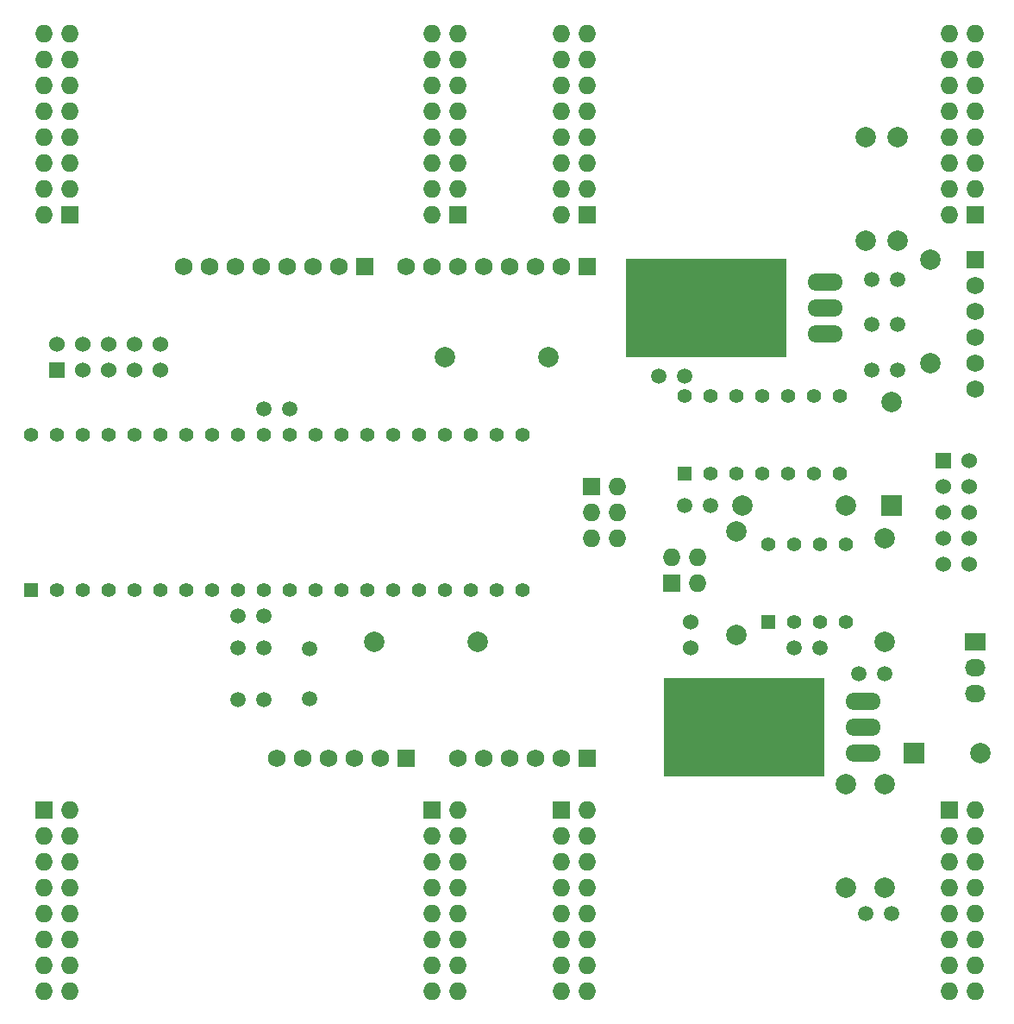
<source format=gts>
%FSLAX34Y34*%
G04 Gerber Fmt 3.4, Leading zero omitted, Abs format*
G04 (created by PCBNEW (2014-jan-25)-product) date Tue 08 Jul 2014 10:21:01 PM PDT*
%MOIN*%
G01*
G70*
G90*
G04 APERTURE LIST*
%ADD10C,0.005906*%
%ADD11R,0.080000X0.068000*%
%ADD12O,0.080000X0.068000*%
%ADD13R,0.060000X0.060000*%
%ADD14C,0.060000*%
%ADD15R,0.068000X0.068000*%
%ADD16O,0.068000X0.068000*%
%ADD17R,0.055000X0.055000*%
%ADD18C,0.055000*%
%ADD19C,0.059100*%
%ADD20C,0.078700*%
%ADD21R,0.078700X0.078700*%
%ADD22C,0.068000*%
%ADD23O,0.137800X0.066900*%
%ADD24R,0.620000X0.380000*%
G04 APERTURE END LIST*
G54D10*
G54D11*
X48000Y-35000D03*
G54D12*
X48000Y-36000D03*
X48000Y-37000D03*
G54D13*
X46750Y-28000D03*
G54D14*
X47750Y-28000D03*
X46750Y-29000D03*
X47750Y-29000D03*
X46750Y-30000D03*
X47750Y-30000D03*
X46750Y-31000D03*
X47750Y-31000D03*
X46750Y-32000D03*
X47750Y-32000D03*
G54D15*
X33150Y-29000D03*
G54D16*
X34150Y-29000D03*
X33150Y-30000D03*
X34150Y-30000D03*
X33150Y-31000D03*
X34150Y-31000D03*
G54D17*
X40000Y-34250D03*
G54D18*
X41000Y-34250D03*
X42000Y-34250D03*
X43000Y-34250D03*
X43000Y-31250D03*
X42000Y-31250D03*
X41000Y-31250D03*
X40000Y-31250D03*
G54D17*
X36750Y-28500D03*
G54D18*
X37750Y-28500D03*
X38750Y-28500D03*
X39750Y-28500D03*
X40750Y-28500D03*
X41750Y-28500D03*
X42750Y-28500D03*
X42750Y-25500D03*
X41750Y-25500D03*
X40750Y-25500D03*
X39750Y-25500D03*
X38750Y-25500D03*
X37750Y-25500D03*
X36750Y-25500D03*
G54D17*
X11500Y-33000D03*
G54D18*
X12500Y-33000D03*
X13500Y-33000D03*
X14500Y-33000D03*
X15500Y-33000D03*
X16500Y-33000D03*
X17500Y-33000D03*
X18500Y-33000D03*
X19500Y-33000D03*
X20500Y-33000D03*
X21500Y-33000D03*
X22500Y-33000D03*
X23500Y-33000D03*
X24500Y-33000D03*
X25500Y-33000D03*
X26500Y-33000D03*
X27500Y-33000D03*
X28500Y-33000D03*
X29500Y-33000D03*
X30500Y-33000D03*
X30500Y-27000D03*
X29500Y-27000D03*
X28500Y-27000D03*
X27500Y-27000D03*
X26500Y-27000D03*
X25500Y-27000D03*
X24500Y-27000D03*
X23500Y-27000D03*
X22500Y-27000D03*
X21500Y-27000D03*
X20500Y-27000D03*
X19500Y-27000D03*
X18500Y-27000D03*
X17500Y-27000D03*
X16500Y-27000D03*
X15500Y-27000D03*
X14500Y-27000D03*
X13500Y-27000D03*
X12500Y-27000D03*
X11500Y-27000D03*
G54D19*
X22250Y-35289D03*
X22250Y-37211D03*
G54D15*
X33000Y-18500D03*
G54D16*
X32000Y-18500D03*
X33000Y-17500D03*
X32000Y-17500D03*
X33000Y-16500D03*
X32000Y-16500D03*
X33000Y-15500D03*
X32000Y-15500D03*
X33000Y-14500D03*
X32000Y-14500D03*
X33000Y-13500D03*
X32000Y-13500D03*
X33000Y-12500D03*
X32000Y-12500D03*
X33000Y-11500D03*
X32000Y-11500D03*
G54D15*
X48000Y-18500D03*
G54D16*
X47000Y-18500D03*
X48000Y-17500D03*
X47000Y-17500D03*
X48000Y-16500D03*
X47000Y-16500D03*
X48000Y-15500D03*
X47000Y-15500D03*
X48000Y-14500D03*
X47000Y-14500D03*
X48000Y-13500D03*
X47000Y-13500D03*
X48000Y-12500D03*
X47000Y-12500D03*
X48000Y-11500D03*
X47000Y-11500D03*
G54D15*
X13000Y-18500D03*
G54D16*
X12000Y-18500D03*
X13000Y-17500D03*
X12000Y-17500D03*
X13000Y-16500D03*
X12000Y-16500D03*
X13000Y-15500D03*
X12000Y-15500D03*
X13000Y-14500D03*
X12000Y-14500D03*
X13000Y-13500D03*
X12000Y-13500D03*
X13000Y-12500D03*
X12000Y-12500D03*
X13000Y-11500D03*
X12000Y-11500D03*
G54D15*
X28000Y-18500D03*
G54D16*
X27000Y-18500D03*
X28000Y-17500D03*
X27000Y-17500D03*
X28000Y-16500D03*
X27000Y-16500D03*
X28000Y-15500D03*
X27000Y-15500D03*
X28000Y-14500D03*
X27000Y-14500D03*
X28000Y-13500D03*
X27000Y-13500D03*
X28000Y-12500D03*
X27000Y-12500D03*
X28000Y-11500D03*
X27000Y-11500D03*
G54D15*
X47000Y-41500D03*
G54D16*
X48000Y-41500D03*
X47000Y-42500D03*
X48000Y-42500D03*
X47000Y-43500D03*
X48000Y-43500D03*
X47000Y-44500D03*
X48000Y-44500D03*
X47000Y-45500D03*
X48000Y-45500D03*
X47000Y-46500D03*
X48000Y-46500D03*
X47000Y-47500D03*
X48000Y-47500D03*
X47000Y-48500D03*
X48000Y-48500D03*
G54D15*
X32000Y-41500D03*
G54D16*
X33000Y-41500D03*
X32000Y-42500D03*
X33000Y-42500D03*
X32000Y-43500D03*
X33000Y-43500D03*
X32000Y-44500D03*
X33000Y-44500D03*
X32000Y-45500D03*
X33000Y-45500D03*
X32000Y-46500D03*
X33000Y-46500D03*
X32000Y-47500D03*
X33000Y-47500D03*
X32000Y-48500D03*
X33000Y-48500D03*
G54D15*
X27000Y-41500D03*
G54D16*
X28000Y-41500D03*
X27000Y-42500D03*
X28000Y-42500D03*
X27000Y-43500D03*
X28000Y-43500D03*
X27000Y-44500D03*
X28000Y-44500D03*
X27000Y-45500D03*
X28000Y-45500D03*
X27000Y-46500D03*
X28000Y-46500D03*
X27000Y-47500D03*
X28000Y-47500D03*
X27000Y-48500D03*
X28000Y-48500D03*
G54D15*
X12000Y-41500D03*
G54D16*
X13000Y-41500D03*
X12000Y-42500D03*
X13000Y-42500D03*
X12000Y-43500D03*
X13000Y-43500D03*
X12000Y-44500D03*
X13000Y-44500D03*
X12000Y-45500D03*
X13000Y-45500D03*
X12000Y-46500D03*
X13000Y-46500D03*
X12000Y-47500D03*
X13000Y-47500D03*
X12000Y-48500D03*
X13000Y-48500D03*
G54D20*
X44750Y-25750D03*
G54D21*
X44750Y-29750D03*
G54D20*
X44500Y-35000D03*
X44500Y-31000D03*
X43750Y-19500D03*
X43750Y-15500D03*
X45000Y-19500D03*
X45000Y-15500D03*
X43000Y-44500D03*
X43000Y-40500D03*
X39000Y-29750D03*
X43000Y-29750D03*
X38750Y-34750D03*
X38750Y-30750D03*
X44500Y-44500D03*
X44500Y-40500D03*
G54D15*
X48000Y-20250D03*
G54D22*
X48000Y-21250D03*
X48000Y-22250D03*
X48000Y-23250D03*
X48000Y-24250D03*
X48000Y-25250D03*
G54D15*
X33000Y-39500D03*
G54D22*
X32000Y-39500D03*
X31000Y-39500D03*
X30000Y-39500D03*
X29000Y-39500D03*
X28000Y-39500D03*
G54D15*
X33000Y-20500D03*
G54D22*
X32000Y-20500D03*
X31000Y-20500D03*
X30000Y-20500D03*
X29000Y-20500D03*
X28000Y-20500D03*
X27000Y-20500D03*
X26000Y-20500D03*
G54D15*
X24400Y-20500D03*
G54D22*
X23400Y-20500D03*
X22400Y-20500D03*
X21400Y-20500D03*
X20400Y-20500D03*
X19400Y-20500D03*
X18400Y-20500D03*
X17400Y-20500D03*
G54D19*
X45000Y-22750D03*
X44000Y-22750D03*
X20500Y-35250D03*
X19500Y-35250D03*
X44000Y-21000D03*
X45000Y-21000D03*
X20500Y-37250D03*
X19500Y-37250D03*
X43500Y-36250D03*
X44500Y-36250D03*
X43750Y-45500D03*
X44750Y-45500D03*
X37750Y-29750D03*
X36750Y-29750D03*
X44000Y-24500D03*
X45000Y-24500D03*
X36750Y-24750D03*
X35750Y-24750D03*
X42000Y-35250D03*
X41000Y-35250D03*
X21500Y-26000D03*
X20500Y-26000D03*
X20500Y-34000D03*
X19500Y-34000D03*
G54D20*
X46250Y-20250D03*
X46250Y-24250D03*
G54D21*
X45620Y-39300D03*
G54D20*
X48180Y-39300D03*
G54D13*
X12500Y-24500D03*
G54D14*
X12500Y-23500D03*
X13500Y-24500D03*
X13500Y-23500D03*
X14500Y-24500D03*
X14500Y-23500D03*
X15500Y-24500D03*
X15500Y-23500D03*
X16500Y-24500D03*
X16500Y-23500D03*
X37000Y-34250D03*
X37000Y-35250D03*
G54D20*
X24750Y-35000D03*
X28750Y-35000D03*
X31500Y-24000D03*
X27500Y-24000D03*
G54D15*
X26000Y-39500D03*
G54D22*
X25000Y-39500D03*
X24000Y-39500D03*
X23000Y-39500D03*
X22000Y-39500D03*
X21000Y-39500D03*
G54D15*
X36250Y-32750D03*
G54D16*
X36250Y-31750D03*
X37250Y-32750D03*
X37250Y-31750D03*
G54D23*
X42200Y-22100D03*
X42200Y-23100D03*
X42200Y-21100D03*
G54D24*
X37600Y-22100D03*
G54D23*
X43650Y-38300D03*
X43650Y-39300D03*
X43650Y-37300D03*
G54D24*
X39050Y-38300D03*
M02*

</source>
